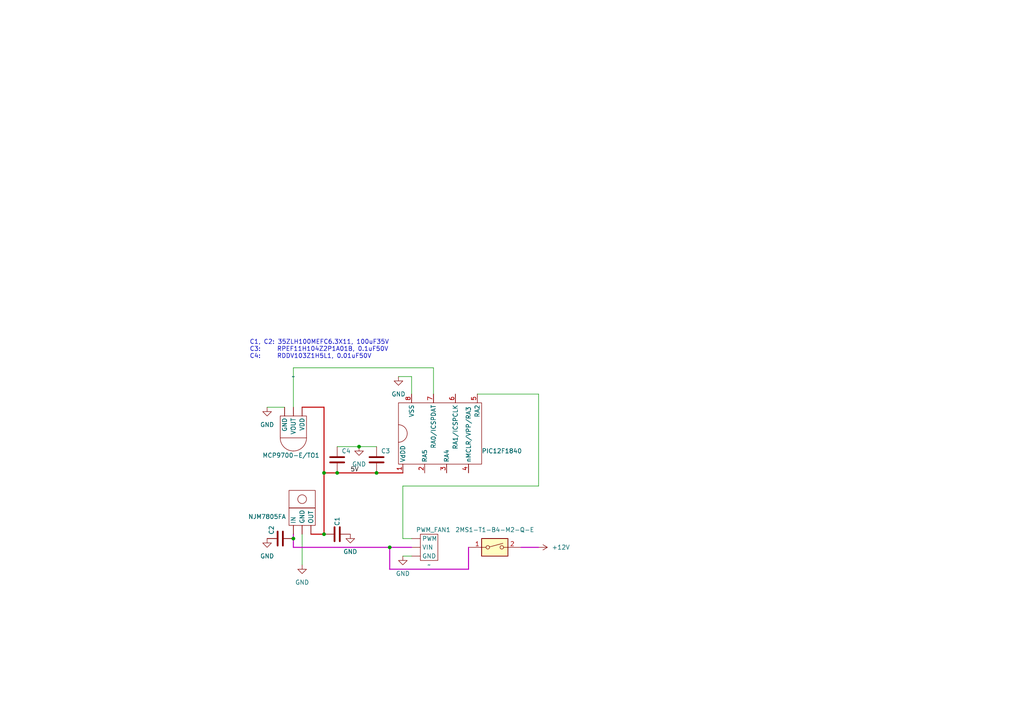
<source format=kicad_sch>
(kicad_sch (version 20230121) (generator eeschema)
  (paper "A4")
  (lib_symbols
    (symbol "Device:C" (pin_numbers hide) (pin_names (offset 0.254))
      (property "Reference" "C" (at 0.635 2.54 0))
      (property "Value" "C" (at 0.635 -2.54 0))
      (symbol "C_0_1"
        (polyline (pts (xy -2.032 -0.762) (xy 2.032 -0.762)) (stroke (width 0.508)))
        (polyline (pts (xy -2.032 0.762) (xy 2.032 0.762)) (stroke (width 0.508)))
      )
      (symbol "C_1_1"
        (pin passive line (at 0 3.81 270) (length 2.794) (name "~") (number "1"))
        (pin passive line (at 0 -3.81 90) (length 2.794) (name "~") (number "2"))
      )
    )
    (symbol "Ore:MCP9700-E/TO"
      (property "Reference" "MCP9700-E/TO" (at 0 0 0))
      (symbol "MCP9700-E/TO_0_1"
        (rectangle (start -3.81 17.78) (end 3.81 11.43))
        (arc (start 0 21.59) (mid -2.6941 20.4741) (end -3.81 17.78))
        (arc (start 3.81 17.78) (mid 2.6941 20.4741) (end 0 21.59))
      )
      (symbol "MCP9700-E/TO_1_1"
        (pin power_out line (at 2.54 8.89 90) (length 2.54) (name "GND") (number ""))
        (pin power_in line (at -2.54 8.89 90) (length 2.54) (name "VDD") (number ""))
        (pin output line (at 0 8.89 90) (length 2.54) (name "VOUT") (number ""))
      )
    )
    (symbol "Ore:NJM7805FA"
      (property "Reference" "U" (at 0 0 0))
      (symbol "NJM7805FA_0_1"
        (rectangle (start -3.81 10.16) (end 3.81 5.08))
        (rectangle (start -3.81 10.16) (end 3.81 15.24))
        (circle (center 0 12.7) (radius 1.27))
      )
      (symbol "NJM7805FA_1_1"
        (pin input line (at 0 2.54 90) (length 2.54) (name "GND") (number ""))
        (pin input line (at -2.54 2.54 90) (length 2.54) (name "IN") (number ""))
        (pin input line (at 2.54 2.54 90) (length 2.54) (name "OUT") (number ""))
      )
    )
    (symbol "Ore:PIC12F1840"
      (property "Reference" "PIC12F1840" (at 0 0 0))
      (symbol "PIC12F1840_0_1"
        (rectangle (start -7.62 26.67) (end 10.16 2.54))
        (arc (start -1.27 26.67) (mid -0.5261 24.8739) (end 1.27 24.13))
        (arc (start 1.27 24.13) (mid 3.0661 24.8739) (end 3.81 26.67))
      )
      (symbol "PIC12F1840_1_1"
        (pin power_in line (at -10.16 25.4 0) (length 2.54) (name "VdDD") (number "1"))
        (pin bidirectional line (at -10.16 19.05 0) (length 2.54) (name "RA5") (number "2"))
        (pin bidirectional line (at -10.16 12.7 0) (length 2.54) (name "RA4") (number "3"))
        (pin bidirectional line (at -10.16 6.35 0) (length 2.54) (name "nMCLR/VPP/RA3") (number "4"))
        (pin bidirectional line (at 12.7 3.81 180) (length 2.54) (name "RA2") (number "5"))
        (pin bidirectional line (at 12.7 10.16 180) (length 2.54) (name "RA1/ICSPCLK") (number "6"))
        (pin bidirectional line (at 12.7 16.51 180) (length 2.54) (name "RA0/ICSPDAT") (number "7"))
        (pin power_out line (at 12.7 22.86 180) (length 2.54) (name "VSS") (number "8"))
      )
    )
    (symbol "Ore:PWM_FAN"
      (property "Reference" "PWM_FAN" (at 0 0 0))
      (symbol "PWM_FAN_0_1"
        (rectangle (start -2.54 8.89) (end 2.54 1.27))
      )
      (symbol "PWM_FAN_1_1"
        (pin input line (at -5.08 2.54 0) (length 2.54) (name "GND") (number ""))
        (pin input line (at -5.08 7.62 0) (length 2.54) (name "PWM") (number ""))
        (pin input line (at -5.08 5.08 0) (length 2.54) (name "VIN") (number ""))
      )
    )
    (symbol "Switch:SW_DIP_x01" (pin_names (offset 0) hide)
      (property "Reference" "SW" (at 0 3.81 0))
      (property "Value" "SW_DIP_x01" (at 0 -3.81 0))
      (symbol "SW_DIP_x01_0_0"
        (circle (center -2.032 0) (radius 0.508))
        (polyline (pts (xy -1.524 0.127) (xy 2.3622 1.1684)))
        (circle (center 2.032 0) (radius 0.508))
      )
      (symbol "SW_DIP_x01_0_1"
        (rectangle (start -3.81 2.54) (end 3.81 -2.54) (stroke (width 0.254)) (fill (type background)))
      )
      (symbol "SW_DIP_x01_1_1"
        (pin passive line (at -7.62 0 0) (length 5.08) (name "~") (number "1"))
        (pin passive line (at 7.62 0 180) (length 5.08) (name "~") (number "2"))
      )
    )
    (symbol "power:+12V" (power) (pin_names (offset 0))
      (property "Value" "+12V" (at 0 3.556 0))
      (symbol "+12V_0_1"
        (polyline (pts (xy -0.762 1.27) (xy 0 2.54)))
        (polyline (pts (xy 0 0) (xy 0 2.54)))
        (polyline (pts (xy 0 2.54) (xy 0.762 1.27)))
      )
      (symbol "+12V_1_1"
        (pin power_in line (at 0 0 90) (length 0) hide (name "+12V") (number "1"))
      )
    )
    (symbol "power:GND" (power) (pin_names (offset 0))
      (property "Value" "GND" (at 0 -3.81 0))
      (symbol "GND_0_1"
        (polyline (pts (xy 0 0) (xy 0 -1.27) (xy 1.27 -1.27) (xy 0 -2.54) (xy -1.27 -1.27) (xy 0 -1.27)))
      )
      (symbol "GND_1_1"
        (pin power_in line (at 0 0 270) (length 0) hide (name "GND") (number "1"))
      )
    )
  )
  (junction (at 104.14 129.54))
  (junction (at 109.22 137.16))
  (junction (at 113.03 158.75))
  (junction (at 85.09 156.21))
  (junction (at 93.98 154.94))
  (junction (at 93.98 137.16))
  (junction (at 97.79 137.16))
  (wire (pts (xy 135.89 165.1) (xy 113.03 165.1)) (stroke (width 0.3) (color 194 0 194 1)))
  (wire (pts (xy 77.47 118.11) (xy 82.55 118.11)))
  (wire (pts (xy 119.38 114.3) (xy 119.38 109.22)))
  (wire (pts (xy 116.84 156.21) (xy 116.84 140.97)))
  (wire (pts (xy 97.79 137.16) (xy 109.22 137.16)) (stroke (width 0.3) (color 194 0 0 1)))
  (wire (pts (xy 85.09 118.11) (xy 85.09 106.68)))
  (wire (pts (xy 85.09 106.68) (xy 125.73 106.68)))
  (wire (pts (xy 87.63 154.94) (xy 87.63 163.83)))
  (wire (pts (xy 109.22 137.16) (xy 116.84 137.16)) (stroke (width 0.3) (color 194 0 0 1)))
  (wire (pts (xy 125.73 106.68) (xy 125.73 114.3)))
  (wire (pts (xy 97.79 129.54) (xy 104.14 129.54)))
  (wire (pts (xy 113.03 165.1) (xy 113.03 158.75)) (stroke (width 0.3) (color 194 0 194 1)))
  (wire (pts (xy 93.98 137.16) (xy 93.98 154.94)) (stroke (width 0.3) (color 194 0 0 1)))
  (wire (pts (xy 93.98 154.94) (xy 90.17 154.94)) (stroke (width 0.3) (color 194 0 0 1)))
  (wire (pts (xy 119.38 156.21) (xy 116.84 156.21)))
  (wire (pts (xy 156.21 140.97) (xy 156.21 114.3)))
  (wire (pts (xy 85.09 158.75) (xy 85.09 156.21)) (stroke (width 0.3) (color 194 0 194 1)))
  (wire (pts (xy 113.03 158.75) (xy 119.38 158.75)) (stroke (width 0.3) (color 194 0 194 1)))
  (wire (pts (xy 156.21 114.3) (xy 138.43 114.3)))
  (wire (pts (xy 119.38 109.22) (xy 115.57 109.22)))
  (wire (pts (xy 135.89 158.75) (xy 135.89 165.1)) (stroke (width 0.3) (color 194 0 194 1)))
  (wire (pts (xy 93.98 118.11) (xy 87.63 118.11)) (stroke (width 0.3) (color 194 0 0 1)))
  (wire (pts (xy 93.98 137.16) (xy 97.79 137.16)) (stroke (width 0.3) (color 194 0 0 1)))
  (wire (pts (xy 85.09 158.75) (xy 113.03 158.75)) (stroke (width 0.3) (color 194 0 194 1)))
  (wire (pts (xy 93.98 137.16) (xy 93.98 118.11)) (stroke (width 0.3) (color 194 0 0 1)))
  (wire (pts (xy 116.84 161.29) (xy 119.38 161.29)))
  (wire (pts (xy 151.13 158.75) (xy 156.21 158.75)) (stroke (width 0.3) (color 194 0 194 1)))
  (wire (pts (xy 104.14 129.54) (xy 109.22 129.54)))
  (wire (pts (xy 116.84 140.97) (xy 156.21 140.97)))
  (wire (pts (xy 85.09 156.21) (xy 85.09 154.94)) (stroke (width 0.3) (color 194 0 194 1)))
  (text "C1, C2: 35ZLH100MEFC6.3X11, 100uF35V\nC3:     RPEF11H104Z2P1A01B, 0.1uF50V\nC4:     RDDV103Z1H5L1, 0.01uF50V" (at 72.39 104.14 0) (effects (font (size 1.27 1.27)) (justify left bottom)))
  (label "5V" (at 101.6 137.16 0))
  (symbol (lib_id "Device:C") (at 97.79 133.35 0) (unit 1)
    (property "Reference" "C4" (at 99.06 130.81 0) (effects (justify left)))
    (property "Value" "C" (effects hide))
  )
  (symbol (lib_id "Ore:NJM7805FA") (at 87.63 157.48 0) (unit 1)
    (property "Reference" "U1" (effects hide))
    (property "Value" "NJM7805FA" (at 77.47 149.86 0))
  )
  (symbol (lib_id "Device:C") (at 109.22 133.35 0) (unit 1)
    (property "Reference" "C3" (at 110.49 130.81 0) (effects (justify left)))
    (property "Value" "C" (effects hide))
  )
  (symbol (lib_id "power:GND") (at 115.57 109.22 0) (unit 1)
    (property "Reference" "#PWR011" (effects hide))
    (property "Value" "GND" (at 115.57 114.3 0))
  )
  (symbol (lib_id "power:GND") (at 104.14 129.54 0) (unit 1)
    (property "Reference" "#PWR06" (effects hide))
    (property "Value" "GND" (at 104.14 134.62 0))
  )
  (symbol (lib_id "Ore:PWM_FAN") (at 124.46 163.83 0) (unit 1)
    (property "Reference" "PWM_FAN1" (at 120.65 153.67 0) (effects (justify left)))
    (property "Value" "~" (at 124.46 163.83 0))
  )
  (symbol (lib_id "power:GND") (at 116.84 161.29 0) (unit 1)
    (property "Reference" "#PWR08" (effects hide))
    (property "Value" "GND" (at 116.84 166.37 0))
  )
  (symbol (lib_id "Device:C") (at 81.28 156.21 270) (unit 1)
    (property "Reference" "C2" (at 78.74 152.4 0) (effects (justify left)))
    (property "Value" "C100uF" (effects hide))
  )
  (symbol (lib_id "Device:C") (at 97.79 154.94 270) (unit 1)
    (property "Reference" "C1" (at 97.79 149.86 0) (effects (justify left)))
    (property "Value" "C100uF" (effects hide))
  )
  (symbol (lib_id "Ore:MCP9700-E/TO") (at 85.09 109.22 180) (unit 1)
    (property "Reference" "MCP9700-E/TO1" (at 92.71 132.08 0) (effects (justify left)))
    (property "Value" "~" (at 85.09 109.22 0))
  )
  (symbol (lib_id "power:GND") (at 87.63 163.83 0) (unit 1)
    (property "Reference" "#PWR01" (effects hide))
    (property "Value" "GND" (at 87.63 168.91 0))
  )
  (symbol (lib_id "Switch:SW_DIP_x01") (at 143.51 158.75 0) (unit 1)
    (property "Reference" "SW2" (effects hide))
    (property "Value" "2MS1-T1-B4-M2-Q-E" (at 143.51 153.67 0))
  )
  (symbol (lib_id "Ore:PIC12F1840") (at 142.24 127 90) (unit 1)
    (property "Reference" "P" (effects hide))
    (property "Value" "PIC12F1840" (at 139.7 130.81 90) (effects (justify right)))
  )
  (symbol (lib_id "power:GND") (at 77.47 118.11 0) (unit 1)
    (property "Reference" "#PWR03" (effects hide))
    (property "Value" "GND" (at 77.47 123.19 0))
  )
  (symbol (lib_id "power:GND") (at 77.47 156.21 0) (unit 1)
    (property "Reference" "#PWR02" (effects hide))
    (property "Value" "GND" (at 77.47 161.29 0))
  )
  (symbol (lib_id "power:GND") (at 101.6 154.94 0) (unit 1)
    (property "Reference" "#PWR04" (effects hide))
    (property "Value" "GND" (at 101.6 160.02 0))
  )
  (symbol (lib_id "power:+12V") (at 156.21 158.75 270) (unit 1)
    (property "Reference" "#PWR05" (effects hide))
    (property "Value" "+12V" (at 160.02 158.75 90) (effects (justify left)))
  )
)
</source>
